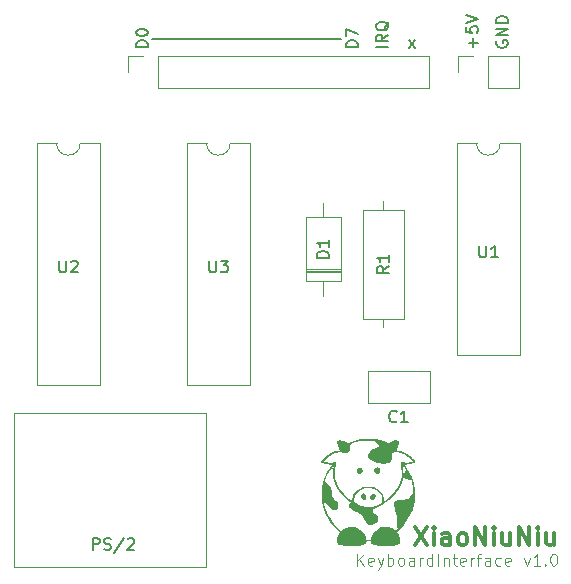
<source format=gbr>
%TF.GenerationSoftware,KiCad,Pcbnew,7.0.6*%
%TF.CreationDate,2023-07-08T15:34:54+08:00*%
%TF.ProjectId,KeyboardInterface,4b657962-6f61-4726-9449-6e7465726661,rev?*%
%TF.SameCoordinates,Original*%
%TF.FileFunction,Legend,Top*%
%TF.FilePolarity,Positive*%
%FSLAX46Y46*%
G04 Gerber Fmt 4.6, Leading zero omitted, Abs format (unit mm)*
G04 Created by KiCad (PCBNEW 7.0.6) date 2023-07-08 15:34:54*
%MOMM*%
%LPD*%
G01*
G04 APERTURE LIST*
%ADD10C,0.150000*%
%ADD11C,0.100000*%
%ADD12C,0.300000*%
%ADD13C,0.120000*%
G04 APERTURE END LIST*
D10*
X87122000Y-53086000D02*
X103124000Y-53086000D01*
D11*
X104443884Y-97662419D02*
X104443884Y-96662419D01*
X105015312Y-97662419D02*
X104586741Y-97090990D01*
X105015312Y-96662419D02*
X104443884Y-97233847D01*
X105824836Y-97614800D02*
X105729598Y-97662419D01*
X105729598Y-97662419D02*
X105539122Y-97662419D01*
X105539122Y-97662419D02*
X105443884Y-97614800D01*
X105443884Y-97614800D02*
X105396265Y-97519561D01*
X105396265Y-97519561D02*
X105396265Y-97138609D01*
X105396265Y-97138609D02*
X105443884Y-97043371D01*
X105443884Y-97043371D02*
X105539122Y-96995752D01*
X105539122Y-96995752D02*
X105729598Y-96995752D01*
X105729598Y-96995752D02*
X105824836Y-97043371D01*
X105824836Y-97043371D02*
X105872455Y-97138609D01*
X105872455Y-97138609D02*
X105872455Y-97233847D01*
X105872455Y-97233847D02*
X105396265Y-97329085D01*
X106205789Y-96995752D02*
X106443884Y-97662419D01*
X106681979Y-96995752D02*
X106443884Y-97662419D01*
X106443884Y-97662419D02*
X106348646Y-97900514D01*
X106348646Y-97900514D02*
X106301027Y-97948133D01*
X106301027Y-97948133D02*
X106205789Y-97995752D01*
X107062932Y-97662419D02*
X107062932Y-96662419D01*
X107062932Y-97043371D02*
X107158170Y-96995752D01*
X107158170Y-96995752D02*
X107348646Y-96995752D01*
X107348646Y-96995752D02*
X107443884Y-97043371D01*
X107443884Y-97043371D02*
X107491503Y-97090990D01*
X107491503Y-97090990D02*
X107539122Y-97186228D01*
X107539122Y-97186228D02*
X107539122Y-97471942D01*
X107539122Y-97471942D02*
X107491503Y-97567180D01*
X107491503Y-97567180D02*
X107443884Y-97614800D01*
X107443884Y-97614800D02*
X107348646Y-97662419D01*
X107348646Y-97662419D02*
X107158170Y-97662419D01*
X107158170Y-97662419D02*
X107062932Y-97614800D01*
X108110551Y-97662419D02*
X108015313Y-97614800D01*
X108015313Y-97614800D02*
X107967694Y-97567180D01*
X107967694Y-97567180D02*
X107920075Y-97471942D01*
X107920075Y-97471942D02*
X107920075Y-97186228D01*
X107920075Y-97186228D02*
X107967694Y-97090990D01*
X107967694Y-97090990D02*
X108015313Y-97043371D01*
X108015313Y-97043371D02*
X108110551Y-96995752D01*
X108110551Y-96995752D02*
X108253408Y-96995752D01*
X108253408Y-96995752D02*
X108348646Y-97043371D01*
X108348646Y-97043371D02*
X108396265Y-97090990D01*
X108396265Y-97090990D02*
X108443884Y-97186228D01*
X108443884Y-97186228D02*
X108443884Y-97471942D01*
X108443884Y-97471942D02*
X108396265Y-97567180D01*
X108396265Y-97567180D02*
X108348646Y-97614800D01*
X108348646Y-97614800D02*
X108253408Y-97662419D01*
X108253408Y-97662419D02*
X108110551Y-97662419D01*
X109301027Y-97662419D02*
X109301027Y-97138609D01*
X109301027Y-97138609D02*
X109253408Y-97043371D01*
X109253408Y-97043371D02*
X109158170Y-96995752D01*
X109158170Y-96995752D02*
X108967694Y-96995752D01*
X108967694Y-96995752D02*
X108872456Y-97043371D01*
X109301027Y-97614800D02*
X109205789Y-97662419D01*
X109205789Y-97662419D02*
X108967694Y-97662419D01*
X108967694Y-97662419D02*
X108872456Y-97614800D01*
X108872456Y-97614800D02*
X108824837Y-97519561D01*
X108824837Y-97519561D02*
X108824837Y-97424323D01*
X108824837Y-97424323D02*
X108872456Y-97329085D01*
X108872456Y-97329085D02*
X108967694Y-97281466D01*
X108967694Y-97281466D02*
X109205789Y-97281466D01*
X109205789Y-97281466D02*
X109301027Y-97233847D01*
X109777218Y-97662419D02*
X109777218Y-96995752D01*
X109777218Y-97186228D02*
X109824837Y-97090990D01*
X109824837Y-97090990D02*
X109872456Y-97043371D01*
X109872456Y-97043371D02*
X109967694Y-96995752D01*
X109967694Y-96995752D02*
X110062932Y-96995752D01*
X110824837Y-97662419D02*
X110824837Y-96662419D01*
X110824837Y-97614800D02*
X110729599Y-97662419D01*
X110729599Y-97662419D02*
X110539123Y-97662419D01*
X110539123Y-97662419D02*
X110443885Y-97614800D01*
X110443885Y-97614800D02*
X110396266Y-97567180D01*
X110396266Y-97567180D02*
X110348647Y-97471942D01*
X110348647Y-97471942D02*
X110348647Y-97186228D01*
X110348647Y-97186228D02*
X110396266Y-97090990D01*
X110396266Y-97090990D02*
X110443885Y-97043371D01*
X110443885Y-97043371D02*
X110539123Y-96995752D01*
X110539123Y-96995752D02*
X110729599Y-96995752D01*
X110729599Y-96995752D02*
X110824837Y-97043371D01*
X111301028Y-97662419D02*
X111301028Y-96662419D01*
X111777218Y-96995752D02*
X111777218Y-97662419D01*
X111777218Y-97090990D02*
X111824837Y-97043371D01*
X111824837Y-97043371D02*
X111920075Y-96995752D01*
X111920075Y-96995752D02*
X112062932Y-96995752D01*
X112062932Y-96995752D02*
X112158170Y-97043371D01*
X112158170Y-97043371D02*
X112205789Y-97138609D01*
X112205789Y-97138609D02*
X112205789Y-97662419D01*
X112539123Y-96995752D02*
X112920075Y-96995752D01*
X112681980Y-96662419D02*
X112681980Y-97519561D01*
X112681980Y-97519561D02*
X112729599Y-97614800D01*
X112729599Y-97614800D02*
X112824837Y-97662419D01*
X112824837Y-97662419D02*
X112920075Y-97662419D01*
X113634361Y-97614800D02*
X113539123Y-97662419D01*
X113539123Y-97662419D02*
X113348647Y-97662419D01*
X113348647Y-97662419D02*
X113253409Y-97614800D01*
X113253409Y-97614800D02*
X113205790Y-97519561D01*
X113205790Y-97519561D02*
X113205790Y-97138609D01*
X113205790Y-97138609D02*
X113253409Y-97043371D01*
X113253409Y-97043371D02*
X113348647Y-96995752D01*
X113348647Y-96995752D02*
X113539123Y-96995752D01*
X113539123Y-96995752D02*
X113634361Y-97043371D01*
X113634361Y-97043371D02*
X113681980Y-97138609D01*
X113681980Y-97138609D02*
X113681980Y-97233847D01*
X113681980Y-97233847D02*
X113205790Y-97329085D01*
X114110552Y-97662419D02*
X114110552Y-96995752D01*
X114110552Y-97186228D02*
X114158171Y-97090990D01*
X114158171Y-97090990D02*
X114205790Y-97043371D01*
X114205790Y-97043371D02*
X114301028Y-96995752D01*
X114301028Y-96995752D02*
X114396266Y-96995752D01*
X114586743Y-96995752D02*
X114967695Y-96995752D01*
X114729600Y-97662419D02*
X114729600Y-96805276D01*
X114729600Y-96805276D02*
X114777219Y-96710038D01*
X114777219Y-96710038D02*
X114872457Y-96662419D01*
X114872457Y-96662419D02*
X114967695Y-96662419D01*
X115729600Y-97662419D02*
X115729600Y-97138609D01*
X115729600Y-97138609D02*
X115681981Y-97043371D01*
X115681981Y-97043371D02*
X115586743Y-96995752D01*
X115586743Y-96995752D02*
X115396267Y-96995752D01*
X115396267Y-96995752D02*
X115301029Y-97043371D01*
X115729600Y-97614800D02*
X115634362Y-97662419D01*
X115634362Y-97662419D02*
X115396267Y-97662419D01*
X115396267Y-97662419D02*
X115301029Y-97614800D01*
X115301029Y-97614800D02*
X115253410Y-97519561D01*
X115253410Y-97519561D02*
X115253410Y-97424323D01*
X115253410Y-97424323D02*
X115301029Y-97329085D01*
X115301029Y-97329085D02*
X115396267Y-97281466D01*
X115396267Y-97281466D02*
X115634362Y-97281466D01*
X115634362Y-97281466D02*
X115729600Y-97233847D01*
X116634362Y-97614800D02*
X116539124Y-97662419D01*
X116539124Y-97662419D02*
X116348648Y-97662419D01*
X116348648Y-97662419D02*
X116253410Y-97614800D01*
X116253410Y-97614800D02*
X116205791Y-97567180D01*
X116205791Y-97567180D02*
X116158172Y-97471942D01*
X116158172Y-97471942D02*
X116158172Y-97186228D01*
X116158172Y-97186228D02*
X116205791Y-97090990D01*
X116205791Y-97090990D02*
X116253410Y-97043371D01*
X116253410Y-97043371D02*
X116348648Y-96995752D01*
X116348648Y-96995752D02*
X116539124Y-96995752D01*
X116539124Y-96995752D02*
X116634362Y-97043371D01*
X117443886Y-97614800D02*
X117348648Y-97662419D01*
X117348648Y-97662419D02*
X117158172Y-97662419D01*
X117158172Y-97662419D02*
X117062934Y-97614800D01*
X117062934Y-97614800D02*
X117015315Y-97519561D01*
X117015315Y-97519561D02*
X117015315Y-97138609D01*
X117015315Y-97138609D02*
X117062934Y-97043371D01*
X117062934Y-97043371D02*
X117158172Y-96995752D01*
X117158172Y-96995752D02*
X117348648Y-96995752D01*
X117348648Y-96995752D02*
X117443886Y-97043371D01*
X117443886Y-97043371D02*
X117491505Y-97138609D01*
X117491505Y-97138609D02*
X117491505Y-97233847D01*
X117491505Y-97233847D02*
X117015315Y-97329085D01*
X118586744Y-96995752D02*
X118824839Y-97662419D01*
X118824839Y-97662419D02*
X119062934Y-96995752D01*
X119967696Y-97662419D02*
X119396268Y-97662419D01*
X119681982Y-97662419D02*
X119681982Y-96662419D01*
X119681982Y-96662419D02*
X119586744Y-96805276D01*
X119586744Y-96805276D02*
X119491506Y-96900514D01*
X119491506Y-96900514D02*
X119396268Y-96948133D01*
X120396268Y-97567180D02*
X120443887Y-97614800D01*
X120443887Y-97614800D02*
X120396268Y-97662419D01*
X120396268Y-97662419D02*
X120348649Y-97614800D01*
X120348649Y-97614800D02*
X120396268Y-97567180D01*
X120396268Y-97567180D02*
X120396268Y-97662419D01*
X121062934Y-96662419D02*
X121158172Y-96662419D01*
X121158172Y-96662419D02*
X121253410Y-96710038D01*
X121253410Y-96710038D02*
X121301029Y-96757657D01*
X121301029Y-96757657D02*
X121348648Y-96852895D01*
X121348648Y-96852895D02*
X121396267Y-97043371D01*
X121396267Y-97043371D02*
X121396267Y-97281466D01*
X121396267Y-97281466D02*
X121348648Y-97471942D01*
X121348648Y-97471942D02*
X121301029Y-97567180D01*
X121301029Y-97567180D02*
X121253410Y-97614800D01*
X121253410Y-97614800D02*
X121158172Y-97662419D01*
X121158172Y-97662419D02*
X121062934Y-97662419D01*
X121062934Y-97662419D02*
X120967696Y-97614800D01*
X120967696Y-97614800D02*
X120920077Y-97567180D01*
X120920077Y-97567180D02*
X120872458Y-97471942D01*
X120872458Y-97471942D02*
X120824839Y-97281466D01*
X120824839Y-97281466D02*
X120824839Y-97043371D01*
X120824839Y-97043371D02*
X120872458Y-96852895D01*
X120872458Y-96852895D02*
X120920077Y-96757657D01*
X120920077Y-96757657D02*
X120967696Y-96710038D01*
X120967696Y-96710038D02*
X121062934Y-96662419D01*
D10*
X108826541Y-53844819D02*
X109350350Y-53178152D01*
X108826541Y-53178152D02*
X109350350Y-53844819D01*
X116265438Y-53241411D02*
X116217819Y-53336649D01*
X116217819Y-53336649D02*
X116217819Y-53479506D01*
X116217819Y-53479506D02*
X116265438Y-53622363D01*
X116265438Y-53622363D02*
X116360676Y-53717601D01*
X116360676Y-53717601D02*
X116455914Y-53765220D01*
X116455914Y-53765220D02*
X116646390Y-53812839D01*
X116646390Y-53812839D02*
X116789247Y-53812839D01*
X116789247Y-53812839D02*
X116979723Y-53765220D01*
X116979723Y-53765220D02*
X117074961Y-53717601D01*
X117074961Y-53717601D02*
X117170200Y-53622363D01*
X117170200Y-53622363D02*
X117217819Y-53479506D01*
X117217819Y-53479506D02*
X117217819Y-53384268D01*
X117217819Y-53384268D02*
X117170200Y-53241411D01*
X117170200Y-53241411D02*
X117122580Y-53193792D01*
X117122580Y-53193792D02*
X116789247Y-53193792D01*
X116789247Y-53193792D02*
X116789247Y-53384268D01*
X117217819Y-52765220D02*
X116217819Y-52765220D01*
X116217819Y-52765220D02*
X117217819Y-52193792D01*
X117217819Y-52193792D02*
X116217819Y-52193792D01*
X117217819Y-51717601D02*
X116217819Y-51717601D01*
X116217819Y-51717601D02*
X116217819Y-51479506D01*
X116217819Y-51479506D02*
X116265438Y-51336649D01*
X116265438Y-51336649D02*
X116360676Y-51241411D01*
X116360676Y-51241411D02*
X116455914Y-51193792D01*
X116455914Y-51193792D02*
X116646390Y-51146173D01*
X116646390Y-51146173D02*
X116789247Y-51146173D01*
X116789247Y-51146173D02*
X116979723Y-51193792D01*
X116979723Y-51193792D02*
X117074961Y-51241411D01*
X117074961Y-51241411D02*
X117170200Y-51336649D01*
X117170200Y-51336649D02*
X117217819Y-51479506D01*
X117217819Y-51479506D02*
X117217819Y-51717601D01*
X104517819Y-53765220D02*
X103517819Y-53765220D01*
X103517819Y-53765220D02*
X103517819Y-53527125D01*
X103517819Y-53527125D02*
X103565438Y-53384268D01*
X103565438Y-53384268D02*
X103660676Y-53289030D01*
X103660676Y-53289030D02*
X103755914Y-53241411D01*
X103755914Y-53241411D02*
X103946390Y-53193792D01*
X103946390Y-53193792D02*
X104089247Y-53193792D01*
X104089247Y-53193792D02*
X104279723Y-53241411D01*
X104279723Y-53241411D02*
X104374961Y-53289030D01*
X104374961Y-53289030D02*
X104470200Y-53384268D01*
X104470200Y-53384268D02*
X104517819Y-53527125D01*
X104517819Y-53527125D02*
X104517819Y-53765220D01*
X103517819Y-52860458D02*
X103517819Y-52193792D01*
X103517819Y-52193792D02*
X104517819Y-52622363D01*
X86737819Y-53765220D02*
X85737819Y-53765220D01*
X85737819Y-53765220D02*
X85737819Y-53527125D01*
X85737819Y-53527125D02*
X85785438Y-53384268D01*
X85785438Y-53384268D02*
X85880676Y-53289030D01*
X85880676Y-53289030D02*
X85975914Y-53241411D01*
X85975914Y-53241411D02*
X86166390Y-53193792D01*
X86166390Y-53193792D02*
X86309247Y-53193792D01*
X86309247Y-53193792D02*
X86499723Y-53241411D01*
X86499723Y-53241411D02*
X86594961Y-53289030D01*
X86594961Y-53289030D02*
X86690200Y-53384268D01*
X86690200Y-53384268D02*
X86737819Y-53527125D01*
X86737819Y-53527125D02*
X86737819Y-53765220D01*
X85737819Y-52574744D02*
X85737819Y-52479506D01*
X85737819Y-52479506D02*
X85785438Y-52384268D01*
X85785438Y-52384268D02*
X85833057Y-52336649D01*
X85833057Y-52336649D02*
X85928295Y-52289030D01*
X85928295Y-52289030D02*
X86118771Y-52241411D01*
X86118771Y-52241411D02*
X86356866Y-52241411D01*
X86356866Y-52241411D02*
X86547342Y-52289030D01*
X86547342Y-52289030D02*
X86642580Y-52336649D01*
X86642580Y-52336649D02*
X86690200Y-52384268D01*
X86690200Y-52384268D02*
X86737819Y-52479506D01*
X86737819Y-52479506D02*
X86737819Y-52574744D01*
X86737819Y-52574744D02*
X86690200Y-52669982D01*
X86690200Y-52669982D02*
X86642580Y-52717601D01*
X86642580Y-52717601D02*
X86547342Y-52765220D01*
X86547342Y-52765220D02*
X86356866Y-52812839D01*
X86356866Y-52812839D02*
X86118771Y-52812839D01*
X86118771Y-52812839D02*
X85928295Y-52765220D01*
X85928295Y-52765220D02*
X85833057Y-52717601D01*
X85833057Y-52717601D02*
X85785438Y-52669982D01*
X85785438Y-52669982D02*
X85737819Y-52574744D01*
X114296866Y-53765220D02*
X114296866Y-53003316D01*
X114677819Y-53384268D02*
X113915914Y-53384268D01*
X113677819Y-52050935D02*
X113677819Y-52527125D01*
X113677819Y-52527125D02*
X114154009Y-52574744D01*
X114154009Y-52574744D02*
X114106390Y-52527125D01*
X114106390Y-52527125D02*
X114058771Y-52431887D01*
X114058771Y-52431887D02*
X114058771Y-52193792D01*
X114058771Y-52193792D02*
X114106390Y-52098554D01*
X114106390Y-52098554D02*
X114154009Y-52050935D01*
X114154009Y-52050935D02*
X114249247Y-52003316D01*
X114249247Y-52003316D02*
X114487342Y-52003316D01*
X114487342Y-52003316D02*
X114582580Y-52050935D01*
X114582580Y-52050935D02*
X114630200Y-52098554D01*
X114630200Y-52098554D02*
X114677819Y-52193792D01*
X114677819Y-52193792D02*
X114677819Y-52431887D01*
X114677819Y-52431887D02*
X114630200Y-52527125D01*
X114630200Y-52527125D02*
X114582580Y-52574744D01*
X113677819Y-51717601D02*
X114677819Y-51384268D01*
X114677819Y-51384268D02*
X113677819Y-51050935D01*
X107057819Y-53765220D02*
X106057819Y-53765220D01*
X107057819Y-52717602D02*
X106581628Y-53050935D01*
X107057819Y-53289030D02*
X106057819Y-53289030D01*
X106057819Y-53289030D02*
X106057819Y-52908078D01*
X106057819Y-52908078D02*
X106105438Y-52812840D01*
X106105438Y-52812840D02*
X106153057Y-52765221D01*
X106153057Y-52765221D02*
X106248295Y-52717602D01*
X106248295Y-52717602D02*
X106391152Y-52717602D01*
X106391152Y-52717602D02*
X106486390Y-52765221D01*
X106486390Y-52765221D02*
X106534009Y-52812840D01*
X106534009Y-52812840D02*
X106581628Y-52908078D01*
X106581628Y-52908078D02*
X106581628Y-53289030D01*
X107153057Y-51622364D02*
X107105438Y-51717602D01*
X107105438Y-51717602D02*
X107010200Y-51812840D01*
X107010200Y-51812840D02*
X106867342Y-51955697D01*
X106867342Y-51955697D02*
X106819723Y-52050935D01*
X106819723Y-52050935D02*
X106819723Y-52146173D01*
X107057819Y-52098554D02*
X107010200Y-52193792D01*
X107010200Y-52193792D02*
X106914961Y-52289030D01*
X106914961Y-52289030D02*
X106724485Y-52336649D01*
X106724485Y-52336649D02*
X106391152Y-52336649D01*
X106391152Y-52336649D02*
X106200676Y-52289030D01*
X106200676Y-52289030D02*
X106105438Y-52193792D01*
X106105438Y-52193792D02*
X106057819Y-52098554D01*
X106057819Y-52098554D02*
X106057819Y-51908078D01*
X106057819Y-51908078D02*
X106105438Y-51812840D01*
X106105438Y-51812840D02*
X106200676Y-51717602D01*
X106200676Y-51717602D02*
X106391152Y-51669983D01*
X106391152Y-51669983D02*
X106724485Y-51669983D01*
X106724485Y-51669983D02*
X106914961Y-51717602D01*
X106914961Y-51717602D02*
X107010200Y-51812840D01*
X107010200Y-51812840D02*
X107057819Y-51908078D01*
X107057819Y-51908078D02*
X107057819Y-52098554D01*
X107803333Y-85449580D02*
X107755714Y-85497200D01*
X107755714Y-85497200D02*
X107612857Y-85544819D01*
X107612857Y-85544819D02*
X107517619Y-85544819D01*
X107517619Y-85544819D02*
X107374762Y-85497200D01*
X107374762Y-85497200D02*
X107279524Y-85401961D01*
X107279524Y-85401961D02*
X107231905Y-85306723D01*
X107231905Y-85306723D02*
X107184286Y-85116247D01*
X107184286Y-85116247D02*
X107184286Y-84973390D01*
X107184286Y-84973390D02*
X107231905Y-84782914D01*
X107231905Y-84782914D02*
X107279524Y-84687676D01*
X107279524Y-84687676D02*
X107374762Y-84592438D01*
X107374762Y-84592438D02*
X107517619Y-84544819D01*
X107517619Y-84544819D02*
X107612857Y-84544819D01*
X107612857Y-84544819D02*
X107755714Y-84592438D01*
X107755714Y-84592438D02*
X107803333Y-84640057D01*
X108755714Y-85544819D02*
X108184286Y-85544819D01*
X108470000Y-85544819D02*
X108470000Y-84544819D01*
X108470000Y-84544819D02*
X108374762Y-84687676D01*
X108374762Y-84687676D02*
X108279524Y-84782914D01*
X108279524Y-84782914D02*
X108184286Y-84830533D01*
D12*
X109365144Y-94415431D02*
X110381144Y-95939431D01*
X110381144Y-94415431D02*
X109365144Y-95939431D01*
X110961716Y-95939431D02*
X110961716Y-94923431D01*
X110961716Y-94415431D02*
X110889144Y-94488002D01*
X110889144Y-94488002D02*
X110961716Y-94560574D01*
X110961716Y-94560574D02*
X111034287Y-94488002D01*
X111034287Y-94488002D02*
X110961716Y-94415431D01*
X110961716Y-94415431D02*
X110961716Y-94560574D01*
X112340573Y-95939431D02*
X112340573Y-95141145D01*
X112340573Y-95141145D02*
X112268001Y-94996002D01*
X112268001Y-94996002D02*
X112122858Y-94923431D01*
X112122858Y-94923431D02*
X111832573Y-94923431D01*
X111832573Y-94923431D02*
X111687430Y-94996002D01*
X112340573Y-95866860D02*
X112195430Y-95939431D01*
X112195430Y-95939431D02*
X111832573Y-95939431D01*
X111832573Y-95939431D02*
X111687430Y-95866860D01*
X111687430Y-95866860D02*
X111614858Y-95721717D01*
X111614858Y-95721717D02*
X111614858Y-95576574D01*
X111614858Y-95576574D02*
X111687430Y-95431431D01*
X111687430Y-95431431D02*
X111832573Y-95358860D01*
X111832573Y-95358860D02*
X112195430Y-95358860D01*
X112195430Y-95358860D02*
X112340573Y-95286288D01*
X113284001Y-95939431D02*
X113138858Y-95866860D01*
X113138858Y-95866860D02*
X113066287Y-95794288D01*
X113066287Y-95794288D02*
X112993715Y-95649145D01*
X112993715Y-95649145D02*
X112993715Y-95213717D01*
X112993715Y-95213717D02*
X113066287Y-95068574D01*
X113066287Y-95068574D02*
X113138858Y-94996002D01*
X113138858Y-94996002D02*
X113284001Y-94923431D01*
X113284001Y-94923431D02*
X113501715Y-94923431D01*
X113501715Y-94923431D02*
X113646858Y-94996002D01*
X113646858Y-94996002D02*
X113719430Y-95068574D01*
X113719430Y-95068574D02*
X113792001Y-95213717D01*
X113792001Y-95213717D02*
X113792001Y-95649145D01*
X113792001Y-95649145D02*
X113719430Y-95794288D01*
X113719430Y-95794288D02*
X113646858Y-95866860D01*
X113646858Y-95866860D02*
X113501715Y-95939431D01*
X113501715Y-95939431D02*
X113284001Y-95939431D01*
X114445144Y-95939431D02*
X114445144Y-94415431D01*
X114445144Y-94415431D02*
X115316001Y-95939431D01*
X115316001Y-95939431D02*
X115316001Y-94415431D01*
X116041715Y-95939431D02*
X116041715Y-94923431D01*
X116041715Y-94415431D02*
X115969143Y-94488002D01*
X115969143Y-94488002D02*
X116041715Y-94560574D01*
X116041715Y-94560574D02*
X116114286Y-94488002D01*
X116114286Y-94488002D02*
X116041715Y-94415431D01*
X116041715Y-94415431D02*
X116041715Y-94560574D01*
X117420572Y-94923431D02*
X117420572Y-95939431D01*
X116767429Y-94923431D02*
X116767429Y-95721717D01*
X116767429Y-95721717D02*
X116840000Y-95866860D01*
X116840000Y-95866860D02*
X116985143Y-95939431D01*
X116985143Y-95939431D02*
X117202857Y-95939431D01*
X117202857Y-95939431D02*
X117348000Y-95866860D01*
X117348000Y-95866860D02*
X117420572Y-95794288D01*
X118146286Y-95939431D02*
X118146286Y-94415431D01*
X118146286Y-94415431D02*
X119017143Y-95939431D01*
X119017143Y-95939431D02*
X119017143Y-94415431D01*
X119742857Y-95939431D02*
X119742857Y-94923431D01*
X119742857Y-94415431D02*
X119670285Y-94488002D01*
X119670285Y-94488002D02*
X119742857Y-94560574D01*
X119742857Y-94560574D02*
X119815428Y-94488002D01*
X119815428Y-94488002D02*
X119742857Y-94415431D01*
X119742857Y-94415431D02*
X119742857Y-94560574D01*
X121121714Y-94923431D02*
X121121714Y-95939431D01*
X120468571Y-94923431D02*
X120468571Y-95721717D01*
X120468571Y-95721717D02*
X120541142Y-95866860D01*
X120541142Y-95866860D02*
X120686285Y-95939431D01*
X120686285Y-95939431D02*
X120903999Y-95939431D01*
X120903999Y-95939431D02*
X121049142Y-95866860D01*
X121049142Y-95866860D02*
X121121714Y-95794288D01*
D10*
X82081905Y-96339819D02*
X82081905Y-95339819D01*
X82081905Y-95339819D02*
X82462857Y-95339819D01*
X82462857Y-95339819D02*
X82558095Y-95387438D01*
X82558095Y-95387438D02*
X82605714Y-95435057D01*
X82605714Y-95435057D02*
X82653333Y-95530295D01*
X82653333Y-95530295D02*
X82653333Y-95673152D01*
X82653333Y-95673152D02*
X82605714Y-95768390D01*
X82605714Y-95768390D02*
X82558095Y-95816009D01*
X82558095Y-95816009D02*
X82462857Y-95863628D01*
X82462857Y-95863628D02*
X82081905Y-95863628D01*
X83034286Y-96292200D02*
X83177143Y-96339819D01*
X83177143Y-96339819D02*
X83415238Y-96339819D01*
X83415238Y-96339819D02*
X83510476Y-96292200D01*
X83510476Y-96292200D02*
X83558095Y-96244580D01*
X83558095Y-96244580D02*
X83605714Y-96149342D01*
X83605714Y-96149342D02*
X83605714Y-96054104D01*
X83605714Y-96054104D02*
X83558095Y-95958866D01*
X83558095Y-95958866D02*
X83510476Y-95911247D01*
X83510476Y-95911247D02*
X83415238Y-95863628D01*
X83415238Y-95863628D02*
X83224762Y-95816009D01*
X83224762Y-95816009D02*
X83129524Y-95768390D01*
X83129524Y-95768390D02*
X83081905Y-95720771D01*
X83081905Y-95720771D02*
X83034286Y-95625533D01*
X83034286Y-95625533D02*
X83034286Y-95530295D01*
X83034286Y-95530295D02*
X83081905Y-95435057D01*
X83081905Y-95435057D02*
X83129524Y-95387438D01*
X83129524Y-95387438D02*
X83224762Y-95339819D01*
X83224762Y-95339819D02*
X83462857Y-95339819D01*
X83462857Y-95339819D02*
X83605714Y-95387438D01*
X84748571Y-95292200D02*
X83891429Y-96577914D01*
X85034286Y-95435057D02*
X85081905Y-95387438D01*
X85081905Y-95387438D02*
X85177143Y-95339819D01*
X85177143Y-95339819D02*
X85415238Y-95339819D01*
X85415238Y-95339819D02*
X85510476Y-95387438D01*
X85510476Y-95387438D02*
X85558095Y-95435057D01*
X85558095Y-95435057D02*
X85605714Y-95530295D01*
X85605714Y-95530295D02*
X85605714Y-95625533D01*
X85605714Y-95625533D02*
X85558095Y-95768390D01*
X85558095Y-95768390D02*
X84986667Y-96339819D01*
X84986667Y-96339819D02*
X85605714Y-96339819D01*
X102054819Y-71604094D02*
X101054819Y-71604094D01*
X101054819Y-71604094D02*
X101054819Y-71365999D01*
X101054819Y-71365999D02*
X101102438Y-71223142D01*
X101102438Y-71223142D02*
X101197676Y-71127904D01*
X101197676Y-71127904D02*
X101292914Y-71080285D01*
X101292914Y-71080285D02*
X101483390Y-71032666D01*
X101483390Y-71032666D02*
X101626247Y-71032666D01*
X101626247Y-71032666D02*
X101816723Y-71080285D01*
X101816723Y-71080285D02*
X101911961Y-71127904D01*
X101911961Y-71127904D02*
X102007200Y-71223142D01*
X102007200Y-71223142D02*
X102054819Y-71365999D01*
X102054819Y-71365999D02*
X102054819Y-71604094D01*
X102054819Y-70080285D02*
X102054819Y-70651713D01*
X102054819Y-70365999D02*
X101054819Y-70365999D01*
X101054819Y-70365999D02*
X101197676Y-70461237D01*
X101197676Y-70461237D02*
X101292914Y-70556475D01*
X101292914Y-70556475D02*
X101340533Y-70651713D01*
X114808095Y-70574819D02*
X114808095Y-71384342D01*
X114808095Y-71384342D02*
X114855714Y-71479580D01*
X114855714Y-71479580D02*
X114903333Y-71527200D01*
X114903333Y-71527200D02*
X114998571Y-71574819D01*
X114998571Y-71574819D02*
X115189047Y-71574819D01*
X115189047Y-71574819D02*
X115284285Y-71527200D01*
X115284285Y-71527200D02*
X115331904Y-71479580D01*
X115331904Y-71479580D02*
X115379523Y-71384342D01*
X115379523Y-71384342D02*
X115379523Y-70574819D01*
X116379523Y-71574819D02*
X115808095Y-71574819D01*
X116093809Y-71574819D02*
X116093809Y-70574819D01*
X116093809Y-70574819D02*
X115998571Y-70717676D01*
X115998571Y-70717676D02*
X115903333Y-70812914D01*
X115903333Y-70812914D02*
X115808095Y-70860533D01*
X107134819Y-72302666D02*
X106658628Y-72635999D01*
X107134819Y-72874094D02*
X106134819Y-72874094D01*
X106134819Y-72874094D02*
X106134819Y-72493142D01*
X106134819Y-72493142D02*
X106182438Y-72397904D01*
X106182438Y-72397904D02*
X106230057Y-72350285D01*
X106230057Y-72350285D02*
X106325295Y-72302666D01*
X106325295Y-72302666D02*
X106468152Y-72302666D01*
X106468152Y-72302666D02*
X106563390Y-72350285D01*
X106563390Y-72350285D02*
X106611009Y-72397904D01*
X106611009Y-72397904D02*
X106658628Y-72493142D01*
X106658628Y-72493142D02*
X106658628Y-72874094D01*
X107134819Y-71350285D02*
X107134819Y-71921713D01*
X107134819Y-71635999D02*
X106134819Y-71635999D01*
X106134819Y-71635999D02*
X106277676Y-71731237D01*
X106277676Y-71731237D02*
X106372914Y-71826475D01*
X106372914Y-71826475D02*
X106420533Y-71921713D01*
X91948095Y-71844819D02*
X91948095Y-72654342D01*
X91948095Y-72654342D02*
X91995714Y-72749580D01*
X91995714Y-72749580D02*
X92043333Y-72797200D01*
X92043333Y-72797200D02*
X92138571Y-72844819D01*
X92138571Y-72844819D02*
X92329047Y-72844819D01*
X92329047Y-72844819D02*
X92424285Y-72797200D01*
X92424285Y-72797200D02*
X92471904Y-72749580D01*
X92471904Y-72749580D02*
X92519523Y-72654342D01*
X92519523Y-72654342D02*
X92519523Y-71844819D01*
X92900476Y-71844819D02*
X93519523Y-71844819D01*
X93519523Y-71844819D02*
X93186190Y-72225771D01*
X93186190Y-72225771D02*
X93329047Y-72225771D01*
X93329047Y-72225771D02*
X93424285Y-72273390D01*
X93424285Y-72273390D02*
X93471904Y-72321009D01*
X93471904Y-72321009D02*
X93519523Y-72416247D01*
X93519523Y-72416247D02*
X93519523Y-72654342D01*
X93519523Y-72654342D02*
X93471904Y-72749580D01*
X93471904Y-72749580D02*
X93424285Y-72797200D01*
X93424285Y-72797200D02*
X93329047Y-72844819D01*
X93329047Y-72844819D02*
X93043333Y-72844819D01*
X93043333Y-72844819D02*
X92948095Y-72797200D01*
X92948095Y-72797200D02*
X92900476Y-72749580D01*
X79248095Y-71844819D02*
X79248095Y-72654342D01*
X79248095Y-72654342D02*
X79295714Y-72749580D01*
X79295714Y-72749580D02*
X79343333Y-72797200D01*
X79343333Y-72797200D02*
X79438571Y-72844819D01*
X79438571Y-72844819D02*
X79629047Y-72844819D01*
X79629047Y-72844819D02*
X79724285Y-72797200D01*
X79724285Y-72797200D02*
X79771904Y-72749580D01*
X79771904Y-72749580D02*
X79819523Y-72654342D01*
X79819523Y-72654342D02*
X79819523Y-71844819D01*
X80248095Y-71940057D02*
X80295714Y-71892438D01*
X80295714Y-71892438D02*
X80390952Y-71844819D01*
X80390952Y-71844819D02*
X80629047Y-71844819D01*
X80629047Y-71844819D02*
X80724285Y-71892438D01*
X80724285Y-71892438D02*
X80771904Y-71940057D01*
X80771904Y-71940057D02*
X80819523Y-72035295D01*
X80819523Y-72035295D02*
X80819523Y-72130533D01*
X80819523Y-72130533D02*
X80771904Y-72273390D01*
X80771904Y-72273390D02*
X80200476Y-72844819D01*
X80200476Y-72844819D02*
X80819523Y-72844819D01*
D13*
%TO.C,C1*%
X105350000Y-81180000D02*
X105350000Y-83920000D01*
X105350000Y-81180000D02*
X110590000Y-81180000D01*
X105350000Y-83920000D02*
X110590000Y-83920000D01*
X110590000Y-81180000D02*
X110590000Y-83920000D01*
%TO.C,J2*%
X87630000Y-57210000D02*
X110550000Y-57210000D01*
X87630000Y-57210000D02*
X87630000Y-54550000D01*
X110550000Y-57210000D02*
X110550000Y-54550000D01*
X85030000Y-55880000D02*
X85030000Y-54550000D01*
X85030000Y-54550000D02*
X86360000Y-54550000D01*
X87630000Y-54550000D02*
X110550000Y-54550000D01*
%TO.C,XiaoNiuNiu*%
G36*
X106270799Y-89375460D02*
G01*
X106355540Y-89430643D01*
X106412926Y-89513313D01*
X106434956Y-89612455D01*
X106413631Y-89717057D01*
X106351950Y-89805577D01*
X106245669Y-89877394D01*
X106133038Y-89891303D01*
X106022022Y-89846340D01*
X106021036Y-89845652D01*
X105943216Y-89758675D01*
X105911606Y-89651161D01*
X105925058Y-89540358D01*
X105982425Y-89443514D01*
X106051253Y-89391607D01*
X106166703Y-89358777D01*
X106270799Y-89375460D01*
G37*
G36*
X104758901Y-89376764D02*
G01*
X104846648Y-89426597D01*
X104911223Y-89503366D01*
X104941214Y-89599849D01*
X104925209Y-89708824D01*
X104911305Y-89739870D01*
X104831264Y-89842021D01*
X104731109Y-89890591D01*
X104621651Y-89883860D01*
X104513700Y-89820108D01*
X104498361Y-89805577D01*
X104426400Y-89699253D01*
X104413327Y-89587168D01*
X104459676Y-89475974D01*
X104470751Y-89461092D01*
X104559541Y-89386790D01*
X104659395Y-89361088D01*
X104758901Y-89376764D01*
G37*
G36*
X105022141Y-91557826D02*
G01*
X105126281Y-91621951D01*
X105202932Y-91716038D01*
X105246687Y-91825063D01*
X105252142Y-91934000D01*
X105213892Y-92027825D01*
X105197828Y-92046205D01*
X105117878Y-92098239D01*
X105032580Y-92094366D01*
X104934263Y-92034122D01*
X104929385Y-92030058D01*
X104851323Y-91939444D01*
X104799156Y-91830506D01*
X104781841Y-91725396D01*
X104788745Y-91682150D01*
X104840737Y-91601428D01*
X104922616Y-91555103D01*
X105012830Y-91554656D01*
X105022141Y-91557826D01*
G37*
G36*
X105916748Y-91539096D02*
G01*
X105971829Y-91577845D01*
X105985895Y-91591551D01*
X106035855Y-91680497D01*
X106042601Y-91789870D01*
X106010519Y-91902558D01*
X105943994Y-92001448D01*
X105865646Y-92060847D01*
X105771378Y-92099650D01*
X105703640Y-92097328D01*
X105643223Y-92052536D01*
X105636057Y-92044802D01*
X105588888Y-91951536D01*
X105587097Y-91840448D01*
X105625853Y-91727680D01*
X105700323Y-91629377D01*
X105776719Y-91574847D01*
X105859680Y-91538733D01*
X105916748Y-91539096D01*
G37*
G36*
X106050521Y-86970009D02*
G01*
X106475821Y-87065233D01*
X106876320Y-87209487D01*
X106909899Y-87224462D01*
X107095681Y-87308700D01*
X107290967Y-87208102D01*
X107483661Y-87122234D01*
X107655760Y-87071874D01*
X107800864Y-87057487D01*
X107912572Y-87079537D01*
X107984483Y-87138488D01*
X107994615Y-87157084D01*
X108010786Y-87251391D01*
X107996250Y-87382759D01*
X107953915Y-87537804D01*
X107886689Y-87703139D01*
X107867532Y-87742159D01*
X107820841Y-87848793D01*
X107804498Y-87921401D01*
X107818713Y-87953850D01*
X107860674Y-87941919D01*
X107922031Y-87931826D01*
X108025360Y-87943811D01*
X108157628Y-87974476D01*
X108305797Y-88020424D01*
X108456834Y-88078257D01*
X108555174Y-88122955D01*
X108697158Y-88197408D01*
X108819309Y-88274762D01*
X108939583Y-88368048D01*
X109075937Y-88490297D01*
X109123491Y-88535358D01*
X109231002Y-88642060D01*
X109320217Y-88738074D01*
X109382784Y-88813853D01*
X109410350Y-88859849D01*
X109410955Y-88863920D01*
X109382801Y-88907939D01*
X109306239Y-88954909D01*
X109193120Y-89001160D01*
X109055292Y-89043019D01*
X108904605Y-89076815D01*
X108752909Y-89098876D01*
X108630818Y-89105661D01*
X108472042Y-89106109D01*
X108635779Y-89334312D01*
X108893063Y-89744685D01*
X109098207Y-90185880D01*
X109251045Y-90657513D01*
X109294779Y-90841867D01*
X109336378Y-91102212D01*
X109359765Y-91397705D01*
X109364985Y-91708340D01*
X109352080Y-92014109D01*
X109321095Y-92295005D01*
X109291284Y-92454754D01*
X109152653Y-92939902D01*
X108963764Y-93391433D01*
X108723737Y-93810894D01*
X108431694Y-94199835D01*
X108105196Y-94542539D01*
X107829204Y-94802347D01*
X107892218Y-94890842D01*
X108000636Y-95087133D01*
X108072606Y-95311512D01*
X108096386Y-95471265D01*
X108098564Y-95621386D01*
X108073990Y-95729136D01*
X108014928Y-95809708D01*
X107913643Y-95878290D01*
X107880287Y-95895608D01*
X107829650Y-95919803D01*
X107781045Y-95938366D01*
X107725582Y-95952185D01*
X107654369Y-95962150D01*
X107558517Y-95969150D01*
X107429135Y-95974074D01*
X107257333Y-95977812D01*
X107034220Y-95981253D01*
X107022371Y-95981422D01*
X106701201Y-95983260D01*
X106434809Y-95978033D01*
X106217637Y-95964568D01*
X106044130Y-95941691D01*
X105908730Y-95908229D01*
X105805882Y-95863007D01*
X105730030Y-95804853D01*
X105675616Y-95732593D01*
X105655566Y-95692745D01*
X105628526Y-95639335D01*
X105596172Y-95611469D01*
X105540496Y-95601858D01*
X105443489Y-95603209D01*
X105435144Y-95603510D01*
X105334023Y-95609436D01*
X105274498Y-95624041D01*
X105237548Y-95656520D01*
X105204733Y-95714900D01*
X105126134Y-95814984D01*
X104999879Y-95891309D01*
X104821358Y-95946465D01*
X104775289Y-95955887D01*
X104676992Y-95967718D01*
X104532029Y-95976343D01*
X104352228Y-95981866D01*
X104149414Y-95984388D01*
X103935414Y-95984014D01*
X103722054Y-95980847D01*
X103521160Y-95974990D01*
X103344558Y-95966546D01*
X103204074Y-95955619D01*
X103111535Y-95942312D01*
X103107264Y-95941319D01*
X102952196Y-95885923D01*
X102848593Y-95803333D01*
X102790761Y-95686556D01*
X102773007Y-95530650D01*
X102791649Y-95345338D01*
X102842268Y-95154890D01*
X102916903Y-94985843D01*
X102954185Y-94926640D01*
X103019158Y-94835394D01*
X102658702Y-94478926D01*
X102398562Y-94204524D01*
X102182890Y-93936993D01*
X101999950Y-93660491D01*
X101855643Y-93395012D01*
X101671079Y-92957467D01*
X101542523Y-92503828D01*
X101508286Y-92286474D01*
X101632363Y-92286474D01*
X101639361Y-92337543D01*
X101658601Y-92427469D01*
X101686535Y-92546324D01*
X101813348Y-92959024D01*
X101992311Y-93364224D01*
X102216704Y-93751026D01*
X102479807Y-94108531D01*
X102774899Y-94425842D01*
X102931621Y-94565419D01*
X103108044Y-94712240D01*
X103258987Y-94603799D01*
X103498992Y-94466225D01*
X103752162Y-94384874D01*
X104010936Y-94359141D01*
X104267753Y-94388425D01*
X104515051Y-94472120D01*
X104745270Y-94609623D01*
X104888572Y-94733918D01*
X105025934Y-94898847D01*
X105134637Y-95084615D01*
X105204238Y-95271751D01*
X105220133Y-95352069D01*
X105236120Y-95471265D01*
X105428569Y-95471265D01*
X105533440Y-95469727D01*
X105592971Y-95461091D01*
X105622432Y-95439321D01*
X105637093Y-95398381D01*
X105639472Y-95387911D01*
X105705195Y-95157228D01*
X105795169Y-94967306D01*
X105919382Y-94799987D01*
X106018168Y-94699450D01*
X106227949Y-94541541D01*
X106464248Y-94430544D01*
X106715349Y-94370044D01*
X106969539Y-94363623D01*
X107071169Y-94377314D01*
X107204713Y-94411118D01*
X107347127Y-94461935D01*
X107481060Y-94522045D01*
X107589161Y-94583730D01*
X107650907Y-94635259D01*
X107699858Y-94675277D01*
X107754128Y-94671048D01*
X107827833Y-94620491D01*
X107843662Y-94606832D01*
X107897493Y-94552929D01*
X107909631Y-94511650D01*
X107889609Y-94463816D01*
X107872297Y-94401798D01*
X107856905Y-94282239D01*
X107843720Y-94108197D01*
X107833032Y-93882731D01*
X107831835Y-93849665D01*
X107824571Y-93653562D01*
X107817098Y-93504751D01*
X107807344Y-93389933D01*
X107793238Y-93295810D01*
X107772707Y-93209082D01*
X107743681Y-93116450D01*
X107704087Y-93004614D01*
X107697277Y-92985823D01*
X107630761Y-92784782D01*
X107592478Y-92623351D01*
X107579503Y-92490859D01*
X107581345Y-92386865D01*
X107595773Y-92320443D01*
X107631008Y-92268705D01*
X107674077Y-92227515D01*
X107765540Y-92161126D01*
X107873581Y-92116115D01*
X108010754Y-92089371D01*
X108189618Y-92077783D01*
X108282871Y-92076684D01*
X108447209Y-92071227D01*
X108579426Y-92056140D01*
X108661749Y-92034504D01*
X108725340Y-91994289D01*
X108814674Y-91921425D01*
X108915015Y-91828387D01*
X108965992Y-91776867D01*
X109057151Y-91685041D01*
X109134951Y-91612673D01*
X109188767Y-91569335D01*
X109205383Y-91561241D01*
X109221423Y-91533306D01*
X109227274Y-91456942D01*
X109223867Y-91343314D01*
X109212138Y-91203584D01*
X109193018Y-91048915D01*
X109167442Y-90890470D01*
X109136848Y-90741581D01*
X109107431Y-90618051D01*
X109082533Y-90518888D01*
X109065575Y-90457440D01*
X109060620Y-90444210D01*
X109028351Y-90434321D01*
X108951471Y-90417782D01*
X108845182Y-90397803D01*
X108819835Y-90393347D01*
X108696768Y-90367176D01*
X108588106Y-90335658D01*
X108515582Y-90305194D01*
X108511097Y-90302414D01*
X108472043Y-90273181D01*
X108450066Y-90239015D01*
X108441662Y-90184367D01*
X108443330Y-90093688D01*
X108447447Y-90019863D01*
X108471436Y-89826075D01*
X108518887Y-89677206D01*
X108529051Y-89656333D01*
X108565313Y-89569197D01*
X108580387Y-89497697D01*
X108577902Y-89475306D01*
X108549823Y-89423855D01*
X108500966Y-89351162D01*
X108443734Y-89273758D01*
X108390533Y-89208175D01*
X108353768Y-89170943D01*
X108347045Y-89167667D01*
X108341328Y-89194027D01*
X108345979Y-89262843D01*
X108354754Y-89325859D01*
X108374609Y-89495938D01*
X108385342Y-89693886D01*
X108387211Y-89902634D01*
X108380473Y-90105112D01*
X108365387Y-90284253D01*
X108342211Y-90422988D01*
X108337916Y-90439761D01*
X108207639Y-90804740D01*
X108020335Y-91160274D01*
X107779358Y-91502337D01*
X107488059Y-91826901D01*
X107149790Y-92129936D01*
X106767903Y-92407415D01*
X106626022Y-92496861D01*
X106507494Y-92563905D01*
X106369499Y-92634330D01*
X106225367Y-92702212D01*
X106088431Y-92761627D01*
X105972022Y-92806650D01*
X105889472Y-92831359D01*
X105866698Y-92834272D01*
X105828931Y-92859566D01*
X105793090Y-92918236D01*
X105774177Y-92984465D01*
X105773723Y-92994288D01*
X105792893Y-93034008D01*
X105844481Y-93106239D01*
X105919604Y-93199116D01*
X105973775Y-93261496D01*
X106102211Y-93414072D01*
X106188680Y-93538964D01*
X106238759Y-93646095D01*
X106258028Y-93745391D01*
X106258688Y-93768434D01*
X106230427Y-93889155D01*
X106153571Y-94000023D01*
X106040011Y-94095229D01*
X105901638Y-94168961D01*
X105750343Y-94215409D01*
X105598017Y-94228764D01*
X105456550Y-94203213D01*
X105410062Y-94183110D01*
X105304628Y-94101705D01*
X105210341Y-93980649D01*
X105143155Y-93840722D01*
X105140141Y-93831578D01*
X105076779Y-93679178D01*
X104985342Y-93539464D01*
X104859628Y-93406772D01*
X104693434Y-93275436D01*
X104480560Y-93139794D01*
X104234388Y-93004363D01*
X104031282Y-92892641D01*
X103883678Y-92797999D01*
X103789415Y-92718801D01*
X103746335Y-92653413D01*
X103742936Y-92632148D01*
X103759399Y-92553179D01*
X103799751Y-92461385D01*
X103850431Y-92383644D01*
X103884069Y-92352403D01*
X103922831Y-92323907D01*
X103909020Y-92301118D01*
X103886294Y-92286837D01*
X103747362Y-92189447D01*
X103585128Y-92052843D01*
X103410347Y-91887961D01*
X103233776Y-91705732D01*
X103066172Y-91517093D01*
X102918293Y-91332978D01*
X102838196Y-91221429D01*
X102753229Y-91077078D01*
X102664932Y-90895236D01*
X102582579Y-90697707D01*
X102515447Y-90506295D01*
X102481174Y-90382075D01*
X102459775Y-90248057D01*
X102445481Y-90073007D01*
X102438553Y-89876125D01*
X102439253Y-89676612D01*
X102447841Y-89493669D01*
X102464580Y-89346496D01*
X102466906Y-89333442D01*
X102482374Y-89242574D01*
X102486116Y-89187196D01*
X102474529Y-89169913D01*
X102444006Y-89193330D01*
X102390942Y-89260052D01*
X102311732Y-89372683D01*
X102215216Y-89515298D01*
X102056135Y-89767812D01*
X101929889Y-90006673D01*
X101823085Y-90257443D01*
X101814428Y-90280250D01*
X101768539Y-90410336D01*
X101748874Y-90498304D01*
X101756801Y-90557332D01*
X101793688Y-90600594D01*
X101851418Y-90636206D01*
X101970365Y-90720192D01*
X102085411Y-90835247D01*
X102181239Y-90963088D01*
X102242527Y-91085431D01*
X102250547Y-91112562D01*
X102269353Y-91204211D01*
X102291112Y-91332401D01*
X102311885Y-91473446D01*
X102317098Y-91512864D01*
X102338215Y-91649534D01*
X102364003Y-91776422D01*
X102389844Y-91871706D01*
X102397280Y-91891742D01*
X102466080Y-92013595D01*
X102555573Y-92113167D01*
X102650229Y-92174105D01*
X102672204Y-92181218D01*
X102746134Y-92228463D01*
X102802473Y-92319228D01*
X102840231Y-92439097D01*
X102858416Y-92573656D01*
X102856039Y-92708488D01*
X102832108Y-92829180D01*
X102785636Y-92921317D01*
X102726184Y-92966995D01*
X102645475Y-92984830D01*
X102558769Y-92974631D01*
X102459602Y-92932788D01*
X102341509Y-92855688D01*
X102198026Y-92739720D01*
X102022687Y-92581273D01*
X102003466Y-92563249D01*
X101887005Y-92455546D01*
X101784948Y-92364544D01*
X101705850Y-92297615D01*
X101658268Y-92262131D01*
X101649645Y-92258377D01*
X101636245Y-92263629D01*
X101632363Y-92286474D01*
X101508286Y-92286474D01*
X101469435Y-92039841D01*
X101451274Y-91571253D01*
X101487498Y-91103811D01*
X101577568Y-90643262D01*
X101720942Y-90195352D01*
X101917078Y-89765828D01*
X102165438Y-89360436D01*
X102245735Y-89250083D01*
X102354472Y-89106109D01*
X102192439Y-89105661D01*
X102048248Y-89096648D01*
X101895179Y-89072786D01*
X101745031Y-89037717D01*
X101609604Y-88995082D01*
X101500696Y-88948522D01*
X101430107Y-88901678D01*
X101409046Y-88863920D01*
X101429303Y-88825141D01*
X101621217Y-88825141D01*
X101648881Y-88849314D01*
X101722019Y-88876809D01*
X101825853Y-88904284D01*
X101945603Y-88928401D01*
X102066491Y-88945818D01*
X102173738Y-88953195D01*
X102187941Y-88953228D01*
X102307300Y-88942509D01*
X102426009Y-88917429D01*
X102454750Y-88908219D01*
X102559860Y-88873218D01*
X102629038Y-88862552D01*
X102666569Y-88883156D01*
X102676737Y-88941967D01*
X102663828Y-89045921D01*
X102633186Y-89197040D01*
X102607832Y-89355681D01*
X102590584Y-89547192D01*
X102581674Y-89754460D01*
X102581337Y-89960373D01*
X102589807Y-90147820D01*
X102607316Y-90299688D01*
X102617443Y-90348830D01*
X102670337Y-90515078D01*
X102750296Y-90709263D01*
X102847767Y-90911014D01*
X102953194Y-91099958D01*
X103015404Y-91197392D01*
X103153652Y-91380173D01*
X103328000Y-91578839D01*
X103523077Y-91777247D01*
X103723516Y-91959253D01*
X103803556Y-92025289D01*
X104030883Y-92206747D01*
X104044975Y-92095245D01*
X104227786Y-92095245D01*
X104231133Y-92214027D01*
X104245162Y-92298066D01*
X104246912Y-92302964D01*
X104287148Y-92345784D01*
X104373849Y-92401888D01*
X104495705Y-92466202D01*
X104641407Y-92533655D01*
X104799646Y-92599171D01*
X104959113Y-92657679D01*
X105108498Y-92704104D01*
X105182673Y-92722741D01*
X105335238Y-92738944D01*
X105520649Y-92730823D01*
X105716851Y-92699754D01*
X105776452Y-92685669D01*
X105911018Y-92645015D01*
X106064467Y-92589188D01*
X106219934Y-92525335D01*
X106360551Y-92460600D01*
X106469453Y-92402132D01*
X106510413Y-92374701D01*
X106566272Y-92296684D01*
X106595837Y-92179316D01*
X106599729Y-92037562D01*
X106578566Y-91886389D01*
X106532969Y-91740763D01*
X106479948Y-91639281D01*
X106322798Y-91451086D01*
X106128996Y-91303419D01*
X105907524Y-91196907D01*
X105667367Y-91132179D01*
X105417510Y-91109862D01*
X105166935Y-91130582D01*
X104924629Y-91194968D01*
X104699573Y-91303647D01*
X104500754Y-91457247D01*
X104460390Y-91498237D01*
X104378735Y-91593967D01*
X104309647Y-91689824D01*
X104271551Y-91757925D01*
X104249023Y-91844446D01*
X104234092Y-91964469D01*
X104227786Y-92095245D01*
X104044975Y-92095245D01*
X104052951Y-92032145D01*
X104080241Y-91897999D01*
X104124391Y-91756161D01*
X104148743Y-91696505D01*
X104282036Y-91474933D01*
X104463150Y-91288998D01*
X104693148Y-91137789D01*
X104912303Y-91041487D01*
X105090367Y-90996753D01*
X105302057Y-90974559D01*
X105524724Y-90974905D01*
X105735718Y-90997791D01*
X105907697Y-91041487D01*
X106167392Y-91161500D01*
X106386093Y-91315206D01*
X106559617Y-91497860D01*
X106683786Y-91704719D01*
X106754417Y-91931038D01*
X106765827Y-92015195D01*
X106777719Y-92111252D01*
X106791988Y-92177384D01*
X106803501Y-92197756D01*
X106833599Y-92179400D01*
X106900226Y-92129351D01*
X106993690Y-92055144D01*
X107104298Y-91964310D01*
X107110121Y-91959453D01*
X107429453Y-91662667D01*
X107701427Y-91346382D01*
X107922740Y-91015546D01*
X108090087Y-90675108D01*
X108200165Y-90330016D01*
X108201271Y-90325230D01*
X108219315Y-90201041D01*
X108229035Y-90033517D01*
X108230692Y-89839335D01*
X108224552Y-89635169D01*
X108210878Y-89437695D01*
X108189935Y-89263588D01*
X108183895Y-89227350D01*
X108156203Y-89064794D01*
X108143919Y-88954653D01*
X108151095Y-88889795D01*
X108181785Y-88863087D01*
X108240042Y-88867398D01*
X108329919Y-88895593D01*
X108365251Y-88908219D01*
X108474748Y-88936106D01*
X108598751Y-88951971D01*
X108632060Y-88953228D01*
X108735933Y-88947672D01*
X108855698Y-88931568D01*
X108976576Y-88908256D01*
X109083787Y-88881076D01*
X109162552Y-88853369D01*
X109198093Y-88828474D01*
X109198783Y-88825141D01*
X109175900Y-88782817D01*
X109114165Y-88714400D01*
X109023953Y-88629178D01*
X108915637Y-88536439D01*
X108799591Y-88445471D01*
X108686189Y-88365561D01*
X108683509Y-88363806D01*
X108404580Y-88212773D01*
X108108805Y-88115907D01*
X107895442Y-88078982D01*
X107765667Y-88066701D01*
X107679407Y-88067849D01*
X107620885Y-88083232D01*
X107600983Y-88094005D01*
X107526807Y-88126895D01*
X107475780Y-88136181D01*
X107448186Y-88141915D01*
X107429947Y-88166595D01*
X107418258Y-88221441D01*
X107410316Y-88317672D01*
X107405389Y-88417860D01*
X107389431Y-88605557D01*
X107356918Y-88745104D01*
X107302600Y-88847906D01*
X107221230Y-88925371D01*
X107152840Y-88966757D01*
X107006854Y-89017367D01*
X106824145Y-89041033D01*
X106616417Y-89040150D01*
X106395373Y-89017111D01*
X106172716Y-88974310D01*
X105960149Y-88914140D01*
X105769375Y-88838994D01*
X105612097Y-88751268D01*
X105500018Y-88653354D01*
X105478198Y-88624240D01*
X105420170Y-88484586D01*
X105411158Y-88326340D01*
X105448732Y-88162970D01*
X105530459Y-88007944D01*
X105605635Y-87918502D01*
X105673516Y-87868924D01*
X105778144Y-87812588D01*
X105898371Y-87760717D01*
X105913787Y-87754980D01*
X106090577Y-87683302D01*
X106209837Y-87615170D01*
X106273986Y-87545146D01*
X106285445Y-87467792D01*
X106246634Y-87377671D01*
X106159974Y-87269343D01*
X106139597Y-87247613D01*
X105990197Y-87090998D01*
X105533173Y-87079851D01*
X105078704Y-87088626D01*
X104666156Y-87138581D01*
X104292435Y-87230296D01*
X103954443Y-87364353D01*
X103916271Y-87383245D01*
X103845929Y-87421836D01*
X103821556Y-87450987D01*
X103834222Y-87486968D01*
X103848073Y-87507510D01*
X103888554Y-87613769D01*
X103887913Y-87742449D01*
X103849928Y-87875240D01*
X103778375Y-87993831D01*
X103739264Y-88034962D01*
X103620811Y-88106863D01*
X103474363Y-88144242D01*
X103325445Y-88141050D01*
X103307309Y-88137357D01*
X103225268Y-88113686D01*
X103169452Y-88088671D01*
X103162814Y-88083458D01*
X103115862Y-88070734D01*
X103025102Y-88071453D01*
X102905345Y-88083621D01*
X102771404Y-88105245D01*
X102638094Y-88134330D01*
X102520227Y-88168884D01*
X102515370Y-88170590D01*
X102394027Y-88221993D01*
X102255075Y-88293183D01*
X102136492Y-88363806D01*
X102023286Y-88443325D01*
X101907180Y-88534132D01*
X101798549Y-88626939D01*
X101707764Y-88712458D01*
X101645201Y-88781402D01*
X101621232Y-88824483D01*
X101621217Y-88825141D01*
X101429303Y-88825141D01*
X101430021Y-88823767D01*
X101487379Y-88752252D01*
X101572766Y-88658923D01*
X101677829Y-88553329D01*
X101696509Y-88535358D01*
X101841346Y-88401678D01*
X101964623Y-88300936D01*
X102084297Y-88220102D01*
X102218326Y-88146145D01*
X102264826Y-88122955D01*
X102433371Y-88049226D01*
X102601564Y-87991251D01*
X102756306Y-87952300D01*
X102884500Y-87935644D01*
X102973047Y-87944556D01*
X102975505Y-87945462D01*
X103009807Y-87948553D01*
X103010687Y-87936417D01*
X102991877Y-87897508D01*
X102953974Y-87819580D01*
X102904495Y-87718082D01*
X102894313Y-87697216D01*
X102808000Y-87475800D01*
X102778580Y-87313707D01*
X102773874Y-87213959D01*
X102782139Y-87154744D01*
X102809477Y-87116366D01*
X102848557Y-87087838D01*
X102903873Y-87058002D01*
X102961024Y-87048494D01*
X103042446Y-87057674D01*
X103102046Y-87069336D01*
X103217396Y-87101641D01*
X103355980Y-87152356D01*
X103487980Y-87210557D01*
X103489123Y-87211119D01*
X103705119Y-87317406D01*
X103900501Y-87228815D01*
X104300452Y-87079111D01*
X104725386Y-86978365D01*
X105165346Y-86926589D01*
X105610377Y-86923799D01*
X106050521Y-86970009D01*
G37*
%TO.C,J1*%
X75436000Y-84754000D02*
X75436000Y-97754000D01*
X75436000Y-84754000D02*
X91636000Y-84754000D01*
X75436000Y-97754000D02*
X91636000Y-97754000D01*
X91636000Y-84754000D02*
X91636000Y-97754000D01*
%TO.C,D1*%
X101600000Y-74806000D02*
X101600000Y-73586000D01*
X100130000Y-73586000D02*
X103070000Y-73586000D01*
X103070000Y-73586000D02*
X103070000Y-68146000D01*
X100130000Y-72806000D02*
X103070000Y-72806000D01*
X100130000Y-72686000D02*
X103070000Y-72686000D01*
X100130000Y-72566000D02*
X103070000Y-72566000D01*
X100130000Y-68146000D02*
X100130000Y-73586000D01*
X103070000Y-68146000D02*
X100130000Y-68146000D01*
X101600000Y-66926000D02*
X101600000Y-68146000D01*
%TO.C,J3*%
X115570000Y-57210000D02*
X118170000Y-57210000D01*
X115570000Y-57210000D02*
X115570000Y-54550000D01*
X118170000Y-57210000D02*
X118170000Y-54550000D01*
X112970000Y-55880000D02*
X112970000Y-54550000D01*
X112970000Y-54550000D02*
X114300000Y-54550000D01*
X115570000Y-54550000D02*
X118170000Y-54550000D01*
%TO.C,U1*%
X112920000Y-61916000D02*
X112920000Y-79816000D01*
X112920000Y-79816000D02*
X118220000Y-79816000D01*
X114570000Y-61916000D02*
X112920000Y-61916000D01*
X118220000Y-61916000D02*
X116570000Y-61916000D01*
X118220000Y-79816000D02*
X118220000Y-61916000D01*
X114570000Y-61916000D02*
G75*
G03*
X116570000Y-61916000I1000000J0D01*
G01*
%TO.C,R1*%
X106680000Y-66826000D02*
X106680000Y-67516000D01*
X108400000Y-67516000D02*
X104960000Y-67516000D01*
X104960000Y-67516000D02*
X104960000Y-76756000D01*
X108400000Y-76756000D02*
X108400000Y-67516000D01*
X104960000Y-76756000D02*
X108400000Y-76756000D01*
X106680000Y-77446000D02*
X106680000Y-76756000D01*
%TO.C,U3*%
X90060000Y-61916000D02*
X90060000Y-82356000D01*
X90060000Y-82356000D02*
X95360000Y-82356000D01*
X91710000Y-61916000D02*
X90060000Y-61916000D01*
X95360000Y-61916000D02*
X93710000Y-61916000D01*
X95360000Y-82356000D02*
X95360000Y-61916000D01*
X91710000Y-61916000D02*
G75*
G03*
X93710000Y-61916000I1000000J0D01*
G01*
%TO.C,U2*%
X77360000Y-61916000D02*
X77360000Y-82356000D01*
X77360000Y-82356000D02*
X82660000Y-82356000D01*
X79010000Y-61916000D02*
X77360000Y-61916000D01*
X82660000Y-61916000D02*
X81010000Y-61916000D01*
X82660000Y-82356000D02*
X82660000Y-61916000D01*
X79010000Y-61916000D02*
G75*
G03*
X81010000Y-61916000I1000000J0D01*
G01*
%TD*%
M02*

</source>
